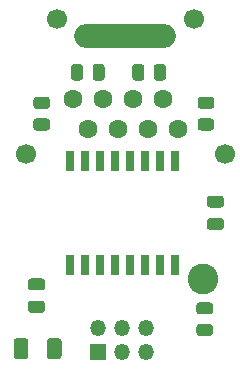
<source format=gts>
G04 #@! TF.GenerationSoftware,KiCad,Pcbnew,5.1.9*
G04 #@! TF.CreationDate,2021-03-17T16:28:07+01:00*
G04 #@! TF.ProjectId,Teensy4.1_Ethercon_adapter,5465656e-7379-4342-9e31-5f4574686572,1.1*
G04 #@! TF.SameCoordinates,PX80befc0PY6dac2c0*
G04 #@! TF.FileFunction,Soldermask,Top*
G04 #@! TF.FilePolarity,Negative*
%FSLAX46Y46*%
G04 Gerber Fmt 4.6, Leading zero omitted, Abs format (unit mm)*
G04 Created by KiCad (PCBNEW 5.1.9) date 2021-03-17 16:28:07*
%MOMM*%
%LPD*%
G01*
G04 APERTURE LIST*
%ADD10O,1.350000X1.350000*%
%ADD11R,1.350000X1.350000*%
%ADD12O,8.600000X2.000000*%
%ADD13C,1.700000*%
%ADD14C,1.600000*%
%ADD15C,2.600000*%
%ADD16R,0.760000X1.700000*%
G04 APERTURE END LIST*
D10*
X12000000Y4250000D03*
X12000000Y2250000D03*
X10000000Y4250000D03*
X10000000Y2250000D03*
X8000000Y4250000D03*
D11*
X8000000Y2250000D03*
G36*
G01*
X16549998Y4600000D02*
X17450002Y4600000D01*
G75*
G02*
X17700000Y4350002I0J-249998D01*
G01*
X17700000Y3824998D01*
G75*
G02*
X17450002Y3575000I-249998J0D01*
G01*
X16549998Y3575000D01*
G75*
G02*
X16300000Y3824998I0J249998D01*
G01*
X16300000Y4350002D01*
G75*
G02*
X16549998Y4600000I249998J0D01*
G01*
G37*
G36*
G01*
X16549998Y6425000D02*
X17450002Y6425000D01*
G75*
G02*
X17700000Y6175002I0J-249998D01*
G01*
X17700000Y5649998D01*
G75*
G02*
X17450002Y5400000I-249998J0D01*
G01*
X16549998Y5400000D01*
G75*
G02*
X16300000Y5649998I0J249998D01*
G01*
X16300000Y6175002D01*
G75*
G02*
X16549998Y6425000I249998J0D01*
G01*
G37*
G36*
G01*
X3625000Y1875000D02*
X3625000Y3125000D01*
G75*
G02*
X3875000Y3375000I250000J0D01*
G01*
X4625000Y3375000D01*
G75*
G02*
X4875000Y3125000I0J-250000D01*
G01*
X4875000Y1875000D01*
G75*
G02*
X4625000Y1625000I-250000J0D01*
G01*
X3875000Y1625000D01*
G75*
G02*
X3625000Y1875000I0J250000D01*
G01*
G37*
G36*
G01*
X825000Y1875000D02*
X825000Y3125000D01*
G75*
G02*
X1075000Y3375000I250000J0D01*
G01*
X1825000Y3375000D01*
G75*
G02*
X2075000Y3125000I0J-250000D01*
G01*
X2075000Y1875000D01*
G75*
G02*
X1825000Y1625000I-250000J0D01*
G01*
X1075000Y1625000D01*
G75*
G02*
X825000Y1875000I0J250000D01*
G01*
G37*
G36*
G01*
X2275000Y6550000D02*
X3225000Y6550000D01*
G75*
G02*
X3475000Y6300000I0J-250000D01*
G01*
X3475000Y5800000D01*
G75*
G02*
X3225000Y5550000I-250000J0D01*
G01*
X2275000Y5550000D01*
G75*
G02*
X2025000Y5800000I0J250000D01*
G01*
X2025000Y6300000D01*
G75*
G02*
X2275000Y6550000I250000J0D01*
G01*
G37*
G36*
G01*
X2275000Y8450000D02*
X3225000Y8450000D01*
G75*
G02*
X3475000Y8200000I0J-250000D01*
G01*
X3475000Y7700000D01*
G75*
G02*
X3225000Y7450000I-250000J0D01*
G01*
X2275000Y7450000D01*
G75*
G02*
X2025000Y7700000I0J250000D01*
G01*
X2025000Y8200000D01*
G75*
G02*
X2275000Y8450000I250000J0D01*
G01*
G37*
G36*
G01*
X7500000Y25449998D02*
X7500000Y26350002D01*
G75*
G02*
X7749998Y26600000I249998J0D01*
G01*
X8275002Y26600000D01*
G75*
G02*
X8525000Y26350002I0J-249998D01*
G01*
X8525000Y25449998D01*
G75*
G02*
X8275002Y25200000I-249998J0D01*
G01*
X7749998Y25200000D01*
G75*
G02*
X7500000Y25449998I0J249998D01*
G01*
G37*
G36*
G01*
X5675000Y25449998D02*
X5675000Y26350002D01*
G75*
G02*
X5924998Y26600000I249998J0D01*
G01*
X6450002Y26600000D01*
G75*
G02*
X6700000Y26350002I0J-249998D01*
G01*
X6700000Y25449998D01*
G75*
G02*
X6450002Y25200000I-249998J0D01*
G01*
X5924998Y25200000D01*
G75*
G02*
X5675000Y25449998I0J249998D01*
G01*
G37*
G36*
G01*
X12687500Y25449998D02*
X12687500Y26350002D01*
G75*
G02*
X12937498Y26600000I249998J0D01*
G01*
X13462502Y26600000D01*
G75*
G02*
X13712500Y26350002I0J-249998D01*
G01*
X13712500Y25449998D01*
G75*
G02*
X13462502Y25200000I-249998J0D01*
G01*
X12937498Y25200000D01*
G75*
G02*
X12687500Y25449998I0J249998D01*
G01*
G37*
G36*
G01*
X10862500Y25449998D02*
X10862500Y26350002D01*
G75*
G02*
X11112498Y26600000I249998J0D01*
G01*
X11637502Y26600000D01*
G75*
G02*
X11887500Y26350002I0J-249998D01*
G01*
X11887500Y25449998D01*
G75*
G02*
X11637502Y25200000I-249998J0D01*
G01*
X11112498Y25200000D01*
G75*
G02*
X10862500Y25449998I0J249998D01*
G01*
G37*
G36*
G01*
X2749998Y22000000D02*
X3650002Y22000000D01*
G75*
G02*
X3900000Y21750002I0J-249998D01*
G01*
X3900000Y21224998D01*
G75*
G02*
X3650002Y20975000I-249998J0D01*
G01*
X2749998Y20975000D01*
G75*
G02*
X2500000Y21224998I0J249998D01*
G01*
X2500000Y21750002D01*
G75*
G02*
X2749998Y22000000I249998J0D01*
G01*
G37*
G36*
G01*
X2749998Y23825000D02*
X3650002Y23825000D01*
G75*
G02*
X3900000Y23575002I0J-249998D01*
G01*
X3900000Y23049998D01*
G75*
G02*
X3650002Y22800000I-249998J0D01*
G01*
X2749998Y22800000D01*
G75*
G02*
X2500000Y23049998I0J249998D01*
G01*
X2500000Y23575002D01*
G75*
G02*
X2749998Y23825000I249998J0D01*
G01*
G37*
G36*
G01*
X16649998Y22000000D02*
X17550002Y22000000D01*
G75*
G02*
X17800000Y21750002I0J-249998D01*
G01*
X17800000Y21224998D01*
G75*
G02*
X17550002Y20975000I-249998J0D01*
G01*
X16649998Y20975000D01*
G75*
G02*
X16400000Y21224998I0J249998D01*
G01*
X16400000Y21750002D01*
G75*
G02*
X16649998Y22000000I249998J0D01*
G01*
G37*
G36*
G01*
X16649998Y23825000D02*
X17550002Y23825000D01*
G75*
G02*
X17800000Y23575002I0J-249998D01*
G01*
X17800000Y23049998D01*
G75*
G02*
X17550002Y22800000I-249998J0D01*
G01*
X16649998Y22800000D01*
G75*
G02*
X16400000Y23049998I0J249998D01*
G01*
X16400000Y23575002D01*
G75*
G02*
X16649998Y23825000I249998J0D01*
G01*
G37*
G36*
G01*
X17425000Y13550000D02*
X18375000Y13550000D01*
G75*
G02*
X18625000Y13300000I0J-250000D01*
G01*
X18625000Y12800000D01*
G75*
G02*
X18375000Y12550000I-250000J0D01*
G01*
X17425000Y12550000D01*
G75*
G02*
X17175000Y12800000I0J250000D01*
G01*
X17175000Y13300000D01*
G75*
G02*
X17425000Y13550000I250000J0D01*
G01*
G37*
G36*
G01*
X17425000Y15450000D02*
X18375000Y15450000D01*
G75*
G02*
X18625000Y15200000I0J-250000D01*
G01*
X18625000Y14700000D01*
G75*
G02*
X18375000Y14450000I-250000J0D01*
G01*
X17425000Y14450000D01*
G75*
G02*
X17175000Y14700000I0J250000D01*
G01*
X17175000Y15200000D01*
G75*
G02*
X17425000Y15450000I250000J0D01*
G01*
G37*
D12*
X10271968Y29008032D03*
D13*
X4471968Y30458032D03*
X16071968Y30458032D03*
X18696968Y18958032D03*
X1846968Y18958032D03*
D14*
X5821968Y23608032D03*
X7091968Y21068032D03*
X8361968Y23608032D03*
X9631968Y21068032D03*
X10901968Y23608032D03*
X12171968Y21068032D03*
X13441968Y23608032D03*
X14711968Y21068032D03*
D15*
X16871968Y8408032D03*
D16*
X5555000Y9600000D03*
X6825000Y9600000D03*
X8095000Y9600000D03*
X9365000Y9600000D03*
X13175000Y9600000D03*
X10635000Y9600000D03*
X11905000Y9600000D03*
X14445000Y9600000D03*
X8095000Y18400000D03*
X11905000Y18400000D03*
X14445000Y18400000D03*
X6825000Y18400000D03*
X13175000Y18400000D03*
X9365000Y18400000D03*
X5555000Y18400000D03*
X10635000Y18400000D03*
M02*

</source>
